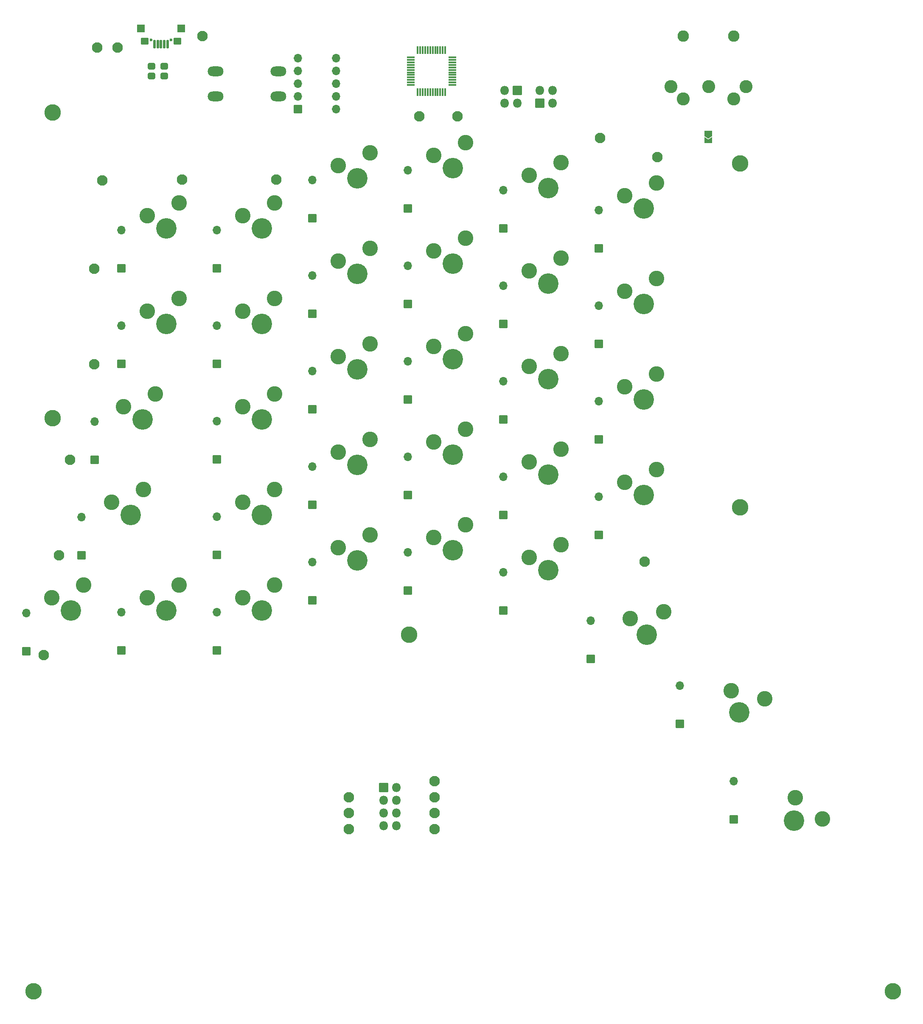
<source format=gbr>
%TF.GenerationSoftware,KiCad,Pcbnew,(6.0.0)*%
%TF.CreationDate,2022-01-02T22:00:42-08:00*%
%TF.ProjectId,thumbler_left,7468756d-626c-4657-925f-6c6566742e6b,rev?*%
%TF.SameCoordinates,Original*%
%TF.FileFunction,Soldermask,Top*%
%TF.FilePolarity,Negative*%
%FSLAX46Y46*%
G04 Gerber Fmt 4.6, Leading zero omitted, Abs format (unit mm)*
G04 Created by KiCad (PCBNEW (6.0.0)) date 2022-01-02 22:00:42*
%MOMM*%
%LPD*%
G01*
G04 APERTURE LIST*
G04 Aperture macros list*
%AMRoundRect*
0 Rectangle with rounded corners*
0 $1 Rounding radius*
0 $2 $3 $4 $5 $6 $7 $8 $9 X,Y pos of 4 corners*
0 Add a 4 corners polygon primitive as box body*
4,1,4,$2,$3,$4,$5,$6,$7,$8,$9,$2,$3,0*
0 Add four circle primitives for the rounded corners*
1,1,$1+$1,$2,$3*
1,1,$1+$1,$4,$5*
1,1,$1+$1,$6,$7*
1,1,$1+$1,$8,$9*
0 Add four rect primitives between the rounded corners*
20,1,$1+$1,$2,$3,$4,$5,0*
20,1,$1+$1,$4,$5,$6,$7,0*
20,1,$1+$1,$6,$7,$8,$9,0*
20,1,$1+$1,$8,$9,$2,$3,0*%
%AMFreePoly0*
4,1,16,0.535355,0.785355,0.541603,0.777735,1.041603,0.027735,1.049029,-0.009806,1.041603,-0.027735,0.541603,-0.777735,0.509806,-0.799029,0.500000,-0.800000,-0.500000,-0.800000,-0.535355,-0.785355,-0.550000,-0.750000,-0.550000,0.750000,-0.535355,0.785355,-0.500000,0.800000,0.500000,0.800000,0.535355,0.785355,0.535355,0.785355,$1*%
%AMFreePoly1*
4,1,16,0.535355,0.785355,0.550000,0.750000,0.550000,-0.750000,0.535355,-0.785355,0.500000,-0.800000,-0.650000,-0.800000,-0.685355,-0.785355,-0.700000,-0.750000,-0.691603,-0.722265,-0.210093,0.000000,-0.691603,0.722265,-0.699029,0.759806,-0.677735,0.791603,-0.650000,0.800000,0.500000,0.800000,0.535355,0.785355,0.535355,0.785355,$1*%
G04 Aperture macros list end*
%ADD10C,3.300000*%
%ADD11C,2.100000*%
%ADD12C,3.100000*%
%ADD13C,4.087800*%
%ADD14RoundRect,0.050000X0.800000X-0.800000X0.800000X0.800000X-0.800000X0.800000X-0.800000X-0.800000X0*%
%ADD15O,1.700000X1.700000*%
%ADD16C,2.601600*%
%ADD17C,2.286000*%
%ADD18O,1.800000X1.800000*%
%ADD19RoundRect,0.050000X-0.850000X0.850000X-0.850000X-0.850000X0.850000X-0.850000X0.850000X0.850000X0*%
%ADD20RoundRect,0.299999X0.450001X-0.350001X0.450001X0.350001X-0.450001X0.350001X-0.450001X-0.350001X0*%
%ADD21RoundRect,0.299999X-0.450001X0.350001X-0.450001X-0.350001X0.450001X-0.350001X0.450001X0.350001X0*%
%ADD22RoundRect,0.125000X-0.075000X0.662500X-0.075000X-0.662500X0.075000X-0.662500X0.075000X0.662500X0*%
%ADD23RoundRect,0.125000X-0.662500X0.075000X-0.662500X-0.075000X0.662500X-0.075000X0.662500X0.075000X0*%
%ADD24FreePoly0,270.000000*%
%ADD25FreePoly1,270.000000*%
%ADD26RoundRect,0.050000X0.850000X-0.850000X0.850000X0.850000X-0.850000X0.850000X-0.850000X-0.850000X0*%
%ADD27C,0.600000*%
%ADD28RoundRect,0.050000X-0.200000X-0.800000X0.200000X-0.800000X0.200000X0.800000X-0.200000X0.800000X0*%
%ADD29RoundRect,0.050000X-0.700000X-0.750000X0.700000X-0.750000X0.700000X0.750000X-0.700000X0.750000X0*%
%ADD30RoundRect,0.050000X-0.700000X-0.600000X0.700000X-0.600000X0.700000X0.600000X-0.700000X0.600000X0*%
%ADD31RoundRect,0.050000X-0.850000X-0.850000X0.850000X-0.850000X0.850000X0.850000X-0.850000X0.850000X0*%
%ADD32O,3.148000X1.950000*%
%ADD33RoundRect,0.050000X-0.800000X-0.800000X0.800000X-0.800000X0.800000X0.800000X-0.800000X0.800000X0*%
G04 APERTURE END LIST*
D10*
%TO.C,H7*%
X93980000Y-215900000D03*
%TD*%
%TO.C,H6*%
X93980000Y-154940000D03*
%TD*%
%TO.C,H5*%
X231140000Y-165100000D03*
%TD*%
%TO.C,H4*%
X231140000Y-233680000D03*
%TD*%
%TO.C,H3*%
X90170000Y-330200000D03*
%TD*%
%TO.C,H2*%
X165100000Y-259080000D03*
%TD*%
%TO.C,H1*%
X261620000Y-330200000D03*
%TD*%
D11*
%TO.C,TP23*%
X102870000Y-141986000D03*
%TD*%
%TO.C,TP22*%
X106934000Y-141986000D03*
%TD*%
D12*
%TO.C,S1*%
X93796000Y-251711000D03*
D13*
X97606000Y-254251000D03*
D12*
X100146000Y-249171000D03*
%TD*%
D13*
%TO.C,S4*%
X116653000Y-178046200D03*
D12*
X119193000Y-172966200D03*
X112843000Y-175506200D03*
%TD*%
D14*
%TO.C,D6*%
X107711000Y-186032200D03*
D15*
X107711000Y-178412200D03*
%TD*%
D14*
%TO.C,D3*%
X88701000Y-262394000D03*
D15*
X88701000Y-254774000D03*
%TD*%
D14*
%TO.C,D29*%
X201345800Y-263906000D03*
D15*
X201345800Y-256286000D03*
%TD*%
D14*
%TO.C,D30*%
X219075000Y-276860000D03*
D15*
X219075000Y-269240000D03*
%TD*%
D14*
%TO.C,D31*%
X229870000Y-295910000D03*
D15*
X229870000Y-288290000D03*
%TD*%
D16*
%TO.C,J4*%
X217317306Y-149732831D03*
X224817306Y-149732831D03*
X232317306Y-149732831D03*
X219817306Y-152232831D03*
X229817306Y-152232831D03*
D17*
X229817306Y-139732831D03*
X219817306Y-139732831D03*
%TD*%
D18*
%TO.C,J3*%
X184155000Y-153030000D03*
X184155000Y-150490000D03*
X186695000Y-153030000D03*
D19*
X186695000Y-150490000D03*
%TD*%
D20*
%TO.C,R1*%
X113665000Y-147685000D03*
X113665000Y-145685000D03*
%TD*%
D21*
%TO.C,R2*%
X116205000Y-145685000D03*
X116205000Y-147685000D03*
%TD*%
D12*
%TO.C,S27*%
X209159949Y-255891589D03*
D13*
X212471000Y-259054600D03*
D12*
X215854544Y-254492843D03*
%TD*%
D13*
%TO.C,S28*%
X230994898Y-274537771D03*
D12*
X236008071Y-271868296D03*
X229360635Y-270260285D03*
%TD*%
D13*
%TO.C,S29*%
X241870912Y-296116815D03*
D12*
X242165617Y-291547258D03*
X247540321Y-295776520D03*
%TD*%
D11*
%TO.C,TP2*%
X214630000Y-163816600D03*
%TD*%
%TO.C,TP3*%
X203200000Y-160020000D03*
%TD*%
%TO.C,TP4*%
X174752000Y-155702000D03*
%TD*%
%TO.C,TP5*%
X167132000Y-155702000D03*
%TD*%
%TO.C,TP7*%
X119816000Y-168275000D03*
%TD*%
%TO.C,TP10*%
X102290000Y-186067000D03*
%TD*%
%TO.C,TP11*%
X102290000Y-205117000D03*
%TD*%
%TO.C,TP12*%
X97464000Y-224155000D03*
%TD*%
%TO.C,TP13*%
X95250000Y-243205000D03*
%TD*%
%TO.C,TP14*%
X92202000Y-263144000D03*
%TD*%
%TO.C,TP9*%
X212090000Y-244475000D03*
%TD*%
%TO.C,TP15*%
X170180000Y-291465000D03*
%TD*%
%TO.C,TP16*%
X153035000Y-291465000D03*
%TD*%
%TO.C,TP17*%
X170180000Y-288290000D03*
%TD*%
%TO.C,TP18*%
X170180000Y-297815000D03*
%TD*%
%TO.C,TP19*%
X153035000Y-297815000D03*
%TD*%
%TO.C,TP20*%
X170180000Y-294640000D03*
%TD*%
%TO.C,TP21*%
X153035000Y-294640000D03*
%TD*%
D22*
%TO.C,U1*%
X172295000Y-142522500D03*
X171795000Y-142522500D03*
X171295000Y-142522500D03*
X170795000Y-142522500D03*
X170295000Y-142522500D03*
X169795000Y-142522500D03*
X169295000Y-142522500D03*
X168795000Y-142522500D03*
X168295000Y-142522500D03*
X167795000Y-142522500D03*
X167295000Y-142522500D03*
X166795000Y-142522500D03*
D23*
X165382500Y-143935000D03*
X165382500Y-144435000D03*
X165382500Y-144935000D03*
X165382500Y-145435000D03*
X165382500Y-145935000D03*
X165382500Y-146435000D03*
X165382500Y-146935000D03*
X165382500Y-147435000D03*
X165382500Y-147935000D03*
X165382500Y-148435000D03*
X165382500Y-148935000D03*
X165382500Y-149435000D03*
D22*
X166795000Y-150847500D03*
X167295000Y-150847500D03*
X167795000Y-150847500D03*
X168295000Y-150847500D03*
X168795000Y-150847500D03*
X169295000Y-150847500D03*
X169795000Y-150847500D03*
X170295000Y-150847500D03*
X170795000Y-150847500D03*
X171295000Y-150847500D03*
X171795000Y-150847500D03*
X172295000Y-150847500D03*
D23*
X173707500Y-149435000D03*
X173707500Y-148935000D03*
X173707500Y-148435000D03*
X173707500Y-147935000D03*
X173707500Y-147435000D03*
X173707500Y-146935000D03*
X173707500Y-146435000D03*
X173707500Y-145935000D03*
X173707500Y-145435000D03*
X173707500Y-144935000D03*
X173707500Y-144435000D03*
X173707500Y-143935000D03*
%TD*%
D24*
%TO.C,JP1*%
X224790000Y-159078000D03*
D25*
X224790000Y-160528000D03*
%TD*%
D26*
%TO.C,J2*%
X191135000Y-153035000D03*
D18*
X191135000Y-150495000D03*
X193675000Y-153035000D03*
X193675000Y-150495000D03*
%TD*%
D11*
%TO.C,TP6*%
X138612000Y-168275000D03*
%TD*%
D27*
%TO.C,J1*%
X117595400Y-140478000D03*
X113595400Y-140478000D03*
D28*
X116895400Y-141278000D03*
X116245400Y-141278000D03*
X115595400Y-141278000D03*
X114945400Y-141278000D03*
X114295400Y-141278000D03*
D29*
X119645400Y-138168000D03*
X111545400Y-138168000D03*
D30*
X112345400Y-140668000D03*
X118845400Y-140668000D03*
%TD*%
D11*
%TO.C,TP1*%
X123825000Y-139700000D03*
%TD*%
D12*
%TO.C,S7*%
X138243000Y-172966200D03*
X131893000Y-175506200D03*
D13*
X135703000Y-178046200D03*
%TD*%
D12*
%TO.C,S12*%
X150943000Y-165506200D03*
X157293000Y-162966200D03*
D13*
X154753000Y-168046200D03*
%TD*%
D12*
%TO.C,S17*%
X176343000Y-160966200D03*
D13*
X173803000Y-166046200D03*
D12*
X169993000Y-163506200D03*
%TD*%
D13*
%TO.C,S22*%
X192853000Y-170046200D03*
D12*
X195393000Y-164966200D03*
X189043000Y-167506200D03*
%TD*%
%TO.C,S30*%
X208093000Y-171506200D03*
X214443000Y-168966200D03*
D13*
X211903000Y-174046200D03*
%TD*%
D12*
%TO.C,S5*%
X119193000Y-192016200D03*
X112843000Y-194556200D03*
D13*
X116653000Y-197096200D03*
%TD*%
D12*
%TO.C,S8*%
X131893000Y-194556200D03*
X138243000Y-192016200D03*
D13*
X135703000Y-197096200D03*
%TD*%
D12*
%TO.C,S13*%
X150943000Y-184556200D03*
X157293000Y-182016200D03*
D13*
X154753000Y-187096200D03*
%TD*%
D12*
%TO.C,S18*%
X176343000Y-180016200D03*
D13*
X173803000Y-185096200D03*
D12*
X169993000Y-182556200D03*
%TD*%
%TO.C,S23*%
X189043000Y-186556200D03*
D13*
X192853000Y-189096200D03*
D12*
X195393000Y-184016200D03*
%TD*%
%TO.C,S31*%
X214443000Y-188016200D03*
X208093000Y-190556200D03*
D13*
X211903000Y-193096200D03*
%TD*%
D12*
%TO.C,S2*%
X108116516Y-213597880D03*
X114466516Y-211057880D03*
D13*
X111926516Y-216137880D03*
%TD*%
D12*
%TO.C,S9*%
X131893000Y-213606200D03*
X138243000Y-211066200D03*
D13*
X135703000Y-216146200D03*
%TD*%
%TO.C,S14*%
X154753000Y-206146200D03*
D12*
X157293000Y-201066200D03*
X150943000Y-203606200D03*
%TD*%
D13*
%TO.C,S19*%
X173803000Y-204146200D03*
D12*
X176343000Y-199066200D03*
X169993000Y-201606200D03*
%TD*%
%TO.C,S24*%
X195393000Y-203066200D03*
X189043000Y-205606200D03*
D13*
X192853000Y-208146200D03*
%TD*%
D12*
%TO.C,S32*%
X214443000Y-207066200D03*
X208093000Y-209606200D03*
D13*
X211903000Y-212146200D03*
%TD*%
D12*
%TO.C,S3*%
X112045456Y-230115156D03*
X105695456Y-232655156D03*
D13*
X109505456Y-235195156D03*
%TD*%
%TO.C,S10*%
X135703000Y-235196200D03*
D12*
X131893000Y-232656200D03*
X138243000Y-230116200D03*
%TD*%
D13*
%TO.C,S15*%
X154753000Y-225196200D03*
D12*
X157293000Y-220116200D03*
X150943000Y-222656200D03*
%TD*%
%TO.C,S20*%
X169993000Y-220656200D03*
D13*
X173803000Y-223196200D03*
D12*
X176343000Y-218116200D03*
%TD*%
D13*
%TO.C,S25*%
X192853000Y-227196200D03*
D12*
X189043000Y-224656200D03*
X195393000Y-222116200D03*
%TD*%
%TO.C,S33*%
X208093000Y-228656200D03*
X214443000Y-226116200D03*
D13*
X211903000Y-231196200D03*
%TD*%
%TO.C,S6*%
X116653000Y-254246200D03*
D12*
X112843000Y-251706200D03*
X119193000Y-249166200D03*
%TD*%
D13*
%TO.C,S11*%
X135703000Y-254246200D03*
D12*
X131893000Y-251706200D03*
X138243000Y-249166200D03*
%TD*%
%TO.C,S16*%
X150943000Y-241706200D03*
D13*
X154753000Y-244246200D03*
D12*
X157293000Y-239166200D03*
%TD*%
D13*
%TO.C,S21*%
X173803000Y-242246200D03*
D12*
X169993000Y-239706200D03*
X176343000Y-237166200D03*
%TD*%
%TO.C,S26*%
X189043000Y-243706200D03*
X195393000Y-241166200D03*
D13*
X192853000Y-246246200D03*
%TD*%
D14*
%TO.C,D9*%
X126761000Y-186032200D03*
D15*
X126761000Y-178412200D03*
%TD*%
D14*
%TO.C,D14*%
X145811000Y-176032200D03*
D15*
X145811000Y-168412200D03*
%TD*%
D14*
%TO.C,D19*%
X164861000Y-174032200D03*
D15*
X164861000Y-166412200D03*
%TD*%
D14*
%TO.C,D24*%
X183911000Y-178032200D03*
D15*
X183911000Y-170412200D03*
%TD*%
D14*
%TO.C,D32*%
X202961000Y-182032200D03*
D15*
X202961000Y-174412200D03*
%TD*%
D14*
%TO.C,D7*%
X107711000Y-205082200D03*
D15*
X107711000Y-197462200D03*
%TD*%
D14*
%TO.C,D10*%
X126761000Y-205082200D03*
D15*
X126761000Y-197462200D03*
%TD*%
D14*
%TO.C,D15*%
X145811000Y-195082200D03*
D15*
X145811000Y-187462200D03*
%TD*%
D14*
%TO.C,D20*%
X164861000Y-193082200D03*
D15*
X164861000Y-185462200D03*
%TD*%
D14*
%TO.C,D25*%
X183911000Y-197082200D03*
D15*
X183911000Y-189462200D03*
%TD*%
D14*
%TO.C,D33*%
X202961000Y-201082200D03*
D15*
X202961000Y-193462200D03*
%TD*%
D14*
%TO.C,D4*%
X102331600Y-224155000D03*
D15*
X102331600Y-216535000D03*
%TD*%
D14*
%TO.C,D11*%
X126761000Y-224132200D03*
D15*
X126761000Y-216512200D03*
%TD*%
D14*
%TO.C,D16*%
X145811000Y-214132200D03*
D15*
X145811000Y-206512200D03*
%TD*%
D14*
%TO.C,D21*%
X164861000Y-212132200D03*
D15*
X164861000Y-204512200D03*
%TD*%
D14*
%TO.C,D26*%
X183911000Y-216132200D03*
D15*
X183911000Y-208512200D03*
%TD*%
D14*
%TO.C,D34*%
X202961000Y-220132200D03*
D15*
X202961000Y-212512200D03*
%TD*%
D14*
%TO.C,D5*%
X99695000Y-243205000D03*
D15*
X99695000Y-235585000D03*
%TD*%
D14*
%TO.C,D12*%
X126761000Y-243182200D03*
D15*
X126761000Y-235562200D03*
%TD*%
D14*
%TO.C,D17*%
X145811000Y-233182200D03*
D15*
X145811000Y-225562200D03*
%TD*%
D14*
%TO.C,D22*%
X164861000Y-231182200D03*
D15*
X164861000Y-223562200D03*
%TD*%
D14*
%TO.C,D27*%
X183911000Y-235182200D03*
D15*
X183911000Y-227562200D03*
%TD*%
D14*
%TO.C,D35*%
X202961000Y-239182200D03*
D15*
X202961000Y-231562200D03*
%TD*%
D14*
%TO.C,D8*%
X107711000Y-262232200D03*
D15*
X107711000Y-254612200D03*
%TD*%
D14*
%TO.C,D13*%
X126761000Y-262232200D03*
D15*
X126761000Y-254612200D03*
%TD*%
D14*
%TO.C,D18*%
X145811000Y-252232200D03*
D15*
X145811000Y-244612200D03*
%TD*%
D14*
%TO.C,D23*%
X164861000Y-250232200D03*
D15*
X164861000Y-242612200D03*
%TD*%
D14*
%TO.C,D28*%
X183911000Y-254232200D03*
D15*
X183911000Y-246612200D03*
%TD*%
D11*
%TO.C,TP8*%
X103864800Y-168490200D03*
%TD*%
D31*
%TO.C,J9*%
X160020000Y-289560000D03*
D18*
X162560000Y-289560000D03*
X160020000Y-292100000D03*
X162560000Y-292100000D03*
X160020000Y-294640000D03*
X162560000Y-294640000D03*
X160020000Y-297180000D03*
X162560000Y-297180000D03*
%TD*%
D32*
%TO.C,SW1*%
X126475000Y-151725000D03*
X138975000Y-151725000D03*
X126475000Y-146725000D03*
X138975000Y-146725000D03*
%TD*%
D33*
%TO.C,SW2*%
X142925750Y-154294250D03*
D15*
X142925750Y-151754250D03*
X142925750Y-149214250D03*
X142925750Y-146674250D03*
X142925750Y-144134250D03*
X150545750Y-144134250D03*
X150545750Y-146674250D03*
X150545750Y-149214250D03*
X150545750Y-151754250D03*
X150545750Y-154294250D03*
%TD*%
M02*

</source>
